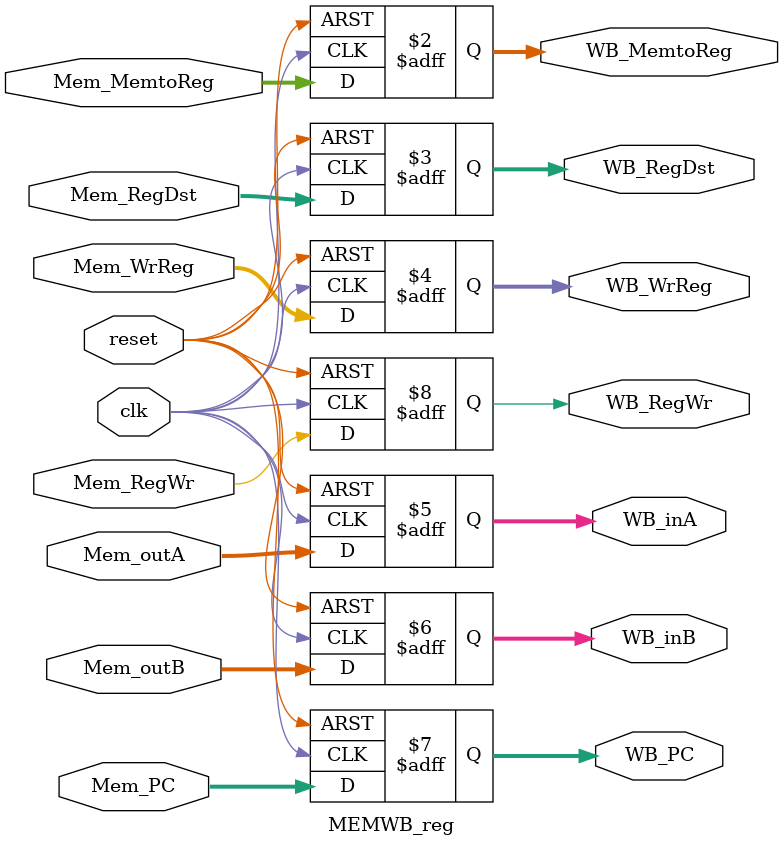
<source format=v>
module MEMWB_reg(clk,reset,
                 Mem_outB,WB_inB,
                 Mem_outA,WB_inA,
                 Mem_RegDst,WB_RegDst,
                 Mem_RegWr,WB_RegWr,
                 Mem_WrReg,WB_WrReg,
                 Mem_MemtoReg,WB_MemtoReg,
                 Mem_PC,WB_PC);
input clk,reset,Mem_RegWr;
input [31:0]Mem_outB,Mem_outA;
input [30:0]Mem_PC;
input [1:0]Mem_MemtoReg,Mem_RegDst;
input [4:0]Mem_WrReg;
output reg[1:0]WB_MemtoReg,WB_RegDst;
output reg[4:0]WB_WrReg;
output reg[31:0]WB_inA,WB_inB;
output reg [30:0]WB_PC;
output reg WB_RegWr;

always@(posedge clk or posedge reset) begin
    if(reset) begin
        WB_inA<=32'b0;
        WB_inB<=32'b0;
        WB_RegWr<=0;
        WB_RegDst<=0;
        WB_MemtoReg<=0;
        WB_WrReg<=0;
        WB_PC<=31'b0;
    end
    else begin
        WB_inA<=Mem_outA;
        WB_inB<=Mem_outB;
        WB_RegWr<=Mem_RegWr;
        WB_RegDst<=Mem_RegDst;
        WB_MemtoReg<=Mem_MemtoReg;
        WB_WrReg<=Mem_WrReg;
        WB_PC<=Mem_PC;
    end
end
endmodule
</source>
